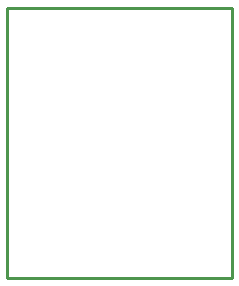
<source format=gko>
G04 EAGLE Gerber RS-274X export*
G75*
%MOMM*%
%FSLAX34Y34*%
%LPD*%
%INBoard Outline*%
%IPPOS*%
%AMOC8*
5,1,8,0,0,1.08239X$1,22.5*%
G01*
%ADD10C,0.152400*%
%ADD11C,0.254000*%


D10*
X0Y0D02*
X0Y228600D01*
X190500Y228600D01*
X190500Y0D01*
X0Y0D01*
D11*
X0Y0D02*
X190500Y0D01*
X190500Y228600D01*
X0Y228600D01*
X0Y0D01*
M02*

</source>
